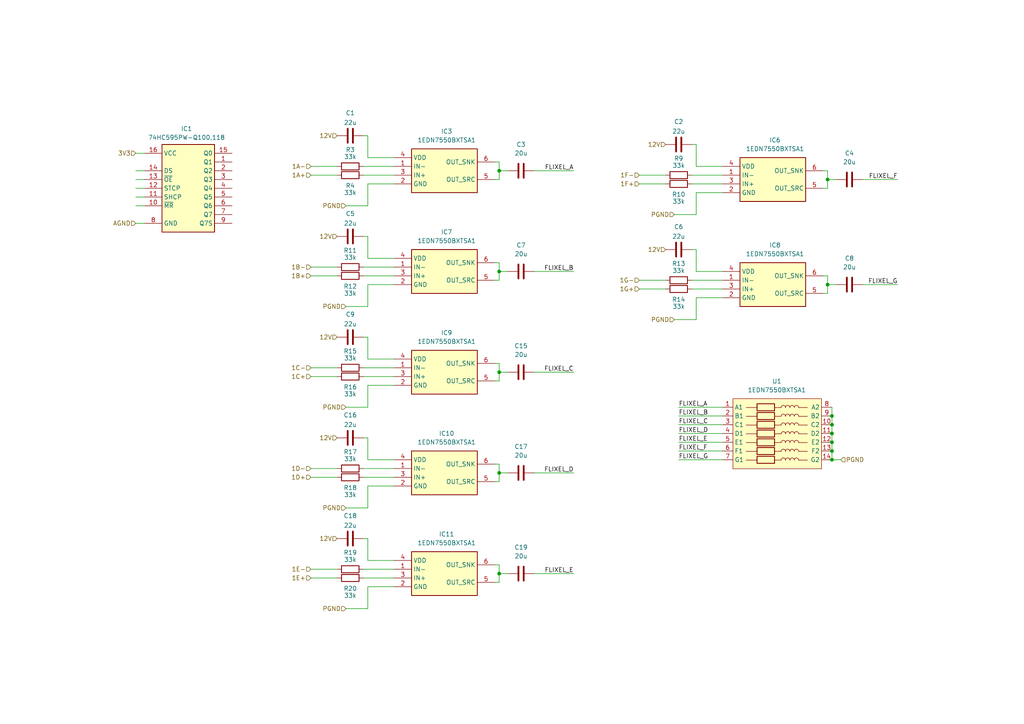
<source format=kicad_sch>
(kicad_sch (version 20250114) (generator "eeschema") (generator_version "9.0")
  (paper "A4")
  (lib_symbols
    (symbol "1EDN7550BXTSA1:1EDN7550BXTSA1"
      (property "Reference" "IC3" (at 15.24 7.62 0))
      (property "Value" "1EDN7550BXTSA1" (at 15.24 5.08 0))
      (symbol "1EDN7550BXTSA1_1_1"
        (rectangle (start 5.08 2.54) (end 24.13 -10.16) (stroke (width 0.254)) (fill (type background)))
        (pin bidirectional line (at 0 0 0) (length 5.08) (name "VDD") (number "4"))
        (pin bidirectional line (at 0 -2.54 0) (length 5.08) (name "IN-") (number "1"))
        (pin bidirectional line (at 0 -5.08 0) (length 5.08) (name "IN+") (number "3"))
        (pin bidirectional line (at 0 -7.62 0) (length 5.08) (name "GND") (number "2"))
        (pin output line (at 29.21 -1.27 180) (length 5.08) (name "OUT_SNK") (number "6"))
        (pin output line (at 29.21 -6.35 180) (length 5.08) (name "OUT_SRC") (number "5"))
      )
    )
    (symbol "74HC595PW-Q100_118:74HC595PW-Q100,118"
      (property "Reference" "IC1" (at 12.192 7.112 0))
      (property "Value" "74HC595PW-Q100,118" (at 12.192 4.572 0))
      (symbol "74HC595PW-Q100,118_1_1"
        (rectangle (start 5.08 2.54) (end 20.32 -22.86) (stroke (width 0.254)) (fill (type background)))
        (pin passive line (at 0 0 0) (length 5.08) (name "VCC") (number "16"))
        (pin passive line (at 0 -5.08 0) (length 5.08) (name "DS") (number "14"))
        (pin passive line (at 0 -7.62 0) (length 5.08) (name "~{OE}") (number "13"))
        (pin passive line (at 0 -10.16 0) (length 5.08) (name "STCP") (number "12"))
        (pin passive line (at 0 -12.7 0) (length 5.08) (name "SHCP") (number "11"))
        (pin passive line (at 0 -15.24 0) (length 5.08) (name "~{MR}") (number "10"))
        (pin passive line (at 0 -20.32 0) (length 5.08) (name "GND") (number "8"))
        (pin passive line (at 25.4 0 180) (length 5.08) (name "Q0") (number "15"))
        (pin passive line (at 25.4 -2.54 180) (length 5.08) (name "Q1") (number "1"))
        (pin passive line (at 25.4 -5.08 180) (length 5.08) (name "Q2") (number "2"))
        (pin passive line (at 25.4 -7.62 180) (length 5.08) (name "Q3") (number "3"))
        (pin passive line (at 25.4 -10.16 180) (length 5.08) (name "Q4") (number "4"))
        (pin passive line (at 25.4 -12.7 180) (length 5.08) (name "Q5") (number "5"))
        (pin passive line (at 25.4 -15.24 180) (length 5.08) (name "Q6") (number "6"))
        (pin passive line (at 25.4 -17.78 180) (length 5.08) (name "Q7") (number "7"))
        (pin passive line (at 25.4 -20.32 180) (length 5.08) (name "Q7S") (number "9"))
      )
    )
    (symbol "Device:C" (pin_numbers (hide yes)) (pin_names (offset 0.254))
      (property "Reference" "C" (at 0.635 2.54 0))
      (property "Value" "C" (at 0.635 -2.54 0))
      (symbol "C_0_1"
        (polyline (pts (xy -2.032 0.762) (xy 2.032 0.762)) (stroke (width 0.508)))
        (polyline (pts (xy -2.032 -0.762) (xy 2.032 -0.762)) (stroke (width 0.508)))
      )
      (symbol "C_1_1"
        (pin passive line (at 0 3.81 270) (length 2.794) (name "~") (number "1"))
        (pin passive line (at 0 -3.81 90) (length 2.794) (name "~") (number "2"))
      )
    )
    (symbol "Device:R" (pin_numbers (hide yes)) (pin_names (offset 0))
      (property "Reference" "R" (at 2.032 0 90))
      (property "Value" "R" (at 0 0 90))
      (symbol "R_0_1"
        (rectangle (start -1.016 -2.54) (end 1.016 2.54) (stroke (width 0.254)))
      )
      (symbol "R_1_1"
        (pin passive line (at 0 3.81 270) (length 1.27) (name "~") (number "1"))
        (pin passive line (at 0 -3.81 90) (length 1.27) (name "~") (number "2"))
      )
    )
    (symbol "flipdot_7xarray:flipdot_7xarray"
      (property "Reference" "U1" (at -2.0107 3.7147 0))
      (property "Value" "~" (at -2.0107 1.1747 0))
      (symbol "flipdot_7xarray_0_1"
        (polyline (pts (xy -10.9259 -3.9053) (xy -7.7498 -3.9052)))
        (polyline (pts (xy -10.9259 -6.4453) (xy -7.7498 -6.4452)))
        (polyline (pts (xy -10.9259 -8.9853) (xy -7.7498 -8.9852)))
        (polyline (pts (xy -10.9259 -11.5253) (xy -7.7498 -11.5252)))
        (polyline (pts (xy -10.9259 -14.0653) (xy -7.7498 -14.0652)))
        (polyline (pts (xy -10.9259 -16.6053) (xy -7.7498 -16.6052)))
        (polyline (pts (xy -10.9259 -19.1453) (xy -7.7498 -19.1452)))
        (rectangle (start -7.7543 -2.8088) (end -2.6743 -4.8408) (stroke (width 0.254)))
        (rectangle (start -7.7543 -5.3488) (end -2.6743 -7.3808) (stroke (width 0.254)))
        (rectangle (start -7.7543 -7.8888) (end -2.6743 -9.9208) (stroke (width 0.254)))
        (rectangle (start -7.7543 -10.4288) (end -2.6743 -12.4608) (stroke (width 0.254)))
        (rectangle (start -7.7543 -12.9688) (end -2.6743 -15.0008) (stroke (width 0.254)))
        (rectangle (start -7.7543 -15.5088) (end -2.6743 -17.5408) (stroke (width 0.254)))
        (rectangle (start -7.7543 -18.0488) (end -2.6743 -20.0808) (stroke (width 0.254)))
        (polyline (pts (xy -2.6873 -3.911) (xy -0.7658 -3.8949)))
        (polyline (pts (xy -2.6873 -6.451) (xy -0.7658 -6.4349)))
        (polyline (pts (xy -2.6873 -8.991) (xy -0.7658 -8.9749)))
        (polyline (pts (xy -2.6873 -11.531) (xy -0.7658 -11.5149)))
        (polyline (pts (xy -2.6873 -14.071) (xy -0.7658 -14.0549)))
        (polyline (pts (xy -2.6873 -16.611) (xy -0.7658 -16.5949)))
        (polyline (pts (xy -2.6873 -19.151) (xy -0.7658 -19.1349)))
        (arc (start -0.7659 -3.9053) (mid -0.1309 -3.273) (end 0.5041 -3.9053))
        (arc (start -0.7659 -6.4453) (mid -0.1309 -5.813) (end 0.5041 -6.4453))
        (arc (start -0.7659 -8.9853) (mid -0.1309 -8.353) (end 0.5041 -8.9853))
        (arc (start -0.7659 -11.5253) (mid -0.1309 -10.893) (end 0.5041 -11.5253))
        (arc (start -0.7659 -14.0653) (mid -0.1309 -13.433) (end 0.5041 -14.0653))
        (arc (start -0.7659 -16.6053) (mid -0.1309 -15.973) (end 0.5041 -16.6053))
        (arc (start -0.7659 -19.1453) (mid -0.1309 -18.513) (end 0.5041 -19.1453))
        (arc (start 0.5041 -3.9053) (mid 1.1391 -3.273) (end 1.7741 -3.9053))
        (arc (start 0.5041 -6.4453) (mid 1.1391 -5.813) (end 1.7741 -6.4453))
        (arc (start 0.5041 -8.9853) (mid 1.1391 -8.353) (end 1.7741 -8.9853))
        (arc (start 0.5041 -11.5253) (mid 1.1391 -10.893) (end 1.7741 -11.5253))
        (arc (start 0.5041 -14.0653) (mid 1.1391 -13.433) (end 1.7741 -14.0653))
        (arc (start 0.5041 -16.6053) (mid 1.1391 -15.973) (end 1.7741 -16.6053))
        (arc (start 0.5041 -19.1453) (mid 1.1391 -18.513) (end 1.7741 -19.1453))
        (arc (start 1.7741 -3.9053) (mid 2.4091 -3.273) (end 3.0441 -3.9053))
        (arc (start 1.7741 -6.4453) (mid 2.4091 -5.813) (end 3.0441 -6.4453))
        (arc (start 1.7741 -8.9853) (mid 2.4091 -8.353) (end 3.0441 -8.9853))
        (arc (start 1.7741 -11.5253) (mid 2.4091 -10.893) (end 3.0441 -11.5253))
        (arc (start 1.7741 -14.0653) (mid 2.4091 -13.433) (end 3.0441 -14.0653))
        (arc (start 1.7741 -16.6053) (mid 2.4091 -15.973) (end 3.0441 -16.6053))
        (arc (start 1.7741 -19.1453) (mid 2.4091 -18.513) (end 3.0441 -19.1453))
        (arc (start 3.0441 -3.9053) (mid 3.6791 -3.273) (end 4.3141 -3.9053))
        (arc (start 3.0441 -6.4453) (mid 3.6791 -5.813) (end 4.3141 -6.4453))
        (arc (start 3.0441 -8.9853) (mid 3.6791 -8.353) (end 4.3141 -8.9853))
        (arc (start 3.0441 -11.5253) (mid 3.6791 -10.893) (end 4.3141 -11.5253))
        (arc (start 3.0441 -14.0653) (mid 3.6791 -13.433) (end 4.3141 -14.0653))
        (arc (start 3.0441 -16.6053) (mid 3.6791 -15.973) (end 4.3141 -16.6053))
        (arc (start 3.0441 -19.1453) (mid 3.6791 -18.513) (end 4.3141 -19.1453))
        (polyline (pts (xy 4.3141 -3.9053) (xy 6.8541 -3.9053)))
        (polyline (pts (xy 4.3141 -6.4453) (xy 6.8541 -6.4453)))
        (polyline (pts (xy 4.3141 -8.9853) (xy 6.8541 -8.9853)))
        (polyline (pts (xy 4.3141 -11.5253) (xy 6.8541 -11.5253)))
        (polyline (pts (xy 4.3141 -14.0653) (xy 6.8541 -14.0653)))
        (polyline (pts (xy 4.3141 -16.6053) (xy 6.8541 -16.6053)))
        (polyline (pts (xy 4.3141 -19.1453) (xy 6.8541 -19.1453)))
      )
      (symbol "flipdot_7xarray_1_1"
        (rectangle (start -14.7359 -1.3653) (end 10.9477 -21.6853) (fill (type background)))
        (pin passive line (at -17.78 -3.81 0) (length 3) (name "A1") (number "1"))
        (pin passive line (at -17.78 -6.35 0) (length 3) (name "B1") (number "2"))
        (pin passive line (at -17.78 -8.89 0) (length 3) (name "C1") (number "3"))
        (pin passive line (at -17.78 -11.43 0) (length 3) (name "D1") (number "4"))
        (pin passive line (at -17.78 -13.97 0) (length 3) (name "E1") (number "5"))
        (pin passive line (at -17.78 -16.51 0) (length 3) (name "F1") (number "6"))
        (pin passive line (at -17.78 -19.05 0) (length 3) (name "G1") (number "7"))
        (pin passive line (at 13.97 -3.81 180) (length 3) (name "A2") (number "8"))
        (pin passive line (at 13.97 -6.35 180) (length 3) (name "B2") (number "9"))
        (pin passive line (at 13.97 -8.89 180) (length 3) (name "C2") (number "10"))
        (pin passive line (at 13.97 -11.43 180) (length 3) (name "D2") (number "11"))
        (pin passive line (at 13.97 -13.97 180) (length 3) (name "E2") (number "12"))
        (pin passive line (at 13.97 -16.51 180) (length 3) (name "F2") (number "13"))
        (pin passive line (at 13.97 -19.05 180) (length 3) (name "G2") (number "14"))
      )
    )
  )
  (junction (at 241.3 125.73))
  (junction (at 241.3 130.81))
  (junction (at 144.78 49.53))
  (junction (at 241.3 123.19))
  (junction (at 240.03 52.07))
  (junction (at 241.3 133.35))
  (junction (at 144.78 137.16))
  (junction (at 144.78 166.37))
  (junction (at 240.03 82.55))
  (junction (at 144.78 78.74))
  (junction (at 241.3 128.27))
  (junction (at 241.3 120.65))
  (junction (at 144.78 107.95))
  (wire (pts (xy 143.51 52.07) (xy 144.78 52.07)))
  (wire (pts (xy 105.41 80.01) (xy 114.3 80.01)))
  (wire (pts (xy 154.94 166.37) (xy 166.37 166.37)))
  (wire (pts (xy 144.78 166.37) (xy 147.32 166.37)))
  (wire (pts (xy 106.68 53.34) (xy 106.68 59.69)))
  (wire (pts (xy 105.41 109.22) (xy 114.3 109.22)))
  (wire (pts (xy 144.78 46.99) (xy 144.78 49.53)))
  (wire (pts (xy 105.41 127) (xy 106.68 127)))
  (wire (pts (xy 144.78 105.41) (xy 144.78 107.95)))
  (wire (pts (xy 39.37 64.77) (xy 41.91 64.77)))
  (wire (pts (xy 241.3 118.11) (xy 241.3 120.65)))
  (wire (pts (xy 143.51 139.7) (xy 144.78 139.7)))
  (wire (pts (xy 114.3 53.34) (xy 106.68 53.34)))
  (wire (pts (xy 39.37 59.69) (xy 41.91 59.69)))
  (wire (pts (xy 106.68 133.35) (xy 114.3 133.35)))
  (wire (pts (xy 106.68 127) (xy 106.68 133.35)))
  (wire (pts (xy 144.78 78.74) (xy 144.78 81.28)))
  (wire (pts (xy 143.51 105.41) (xy 144.78 105.41)))
  (wire (pts (xy 100.33 147.32) (xy 106.68 147.32)))
  (wire (pts (xy 144.78 49.53) (xy 144.78 52.07)))
  (wire (pts (xy 209.55 55.88) (xy 201.93 55.88)))
  (wire (pts (xy 90.17 48.26) (xy 97.79 48.26)))
  (wire (pts (xy 105.41 77.47) (xy 114.3 77.47)))
  (wire (pts (xy 241.3 125.73) (xy 241.3 128.27)))
  (wire (pts (xy 195.58 62.23) (xy 201.93 62.23)))
  (wire (pts (xy 238.76 85.09) (xy 240.03 85.09)))
  (wire (pts (xy 250.19 52.07) (xy 260.35 52.07)))
  (wire (pts (xy 106.68 156.21) (xy 106.68 162.56)))
  (wire (pts (xy 240.03 82.55) (xy 242.57 82.55)))
  (wire (pts (xy 90.17 135.89) (xy 97.79 135.89)))
  (wire (pts (xy 201.93 55.88) (xy 201.93 62.23)))
  (wire (pts (xy 201.93 41.91) (xy 201.93 48.26)))
  (wire (pts (xy 100.33 118.11) (xy 106.68 118.11)))
  (wire (pts (xy 90.17 77.47) (xy 97.79 77.47)))
  (wire (pts (xy 143.51 163.83) (xy 144.78 163.83)))
  (wire (pts (xy 241.3 128.27) (xy 241.3 130.81)))
  (wire (pts (xy 106.68 68.58) (xy 106.68 74.93)))
  (wire (pts (xy 105.41 68.58) (xy 106.68 68.58)))
  (wire (pts (xy 143.51 46.99) (xy 144.78 46.99)))
  (wire (pts (xy 39.37 54.61) (xy 41.91 54.61)))
  (wire (pts (xy 201.93 48.26) (xy 209.55 48.26)))
  (wire (pts (xy 90.17 80.01) (xy 97.79 80.01)))
  (wire (pts (xy 105.41 135.89) (xy 114.3 135.89)))
  (wire (pts (xy 90.17 106.68) (xy 97.79 106.68)))
  (wire (pts (xy 39.37 52.07) (xy 41.91 52.07)))
  (wire (pts (xy 200.66 41.91) (xy 201.93 41.91)))
  (wire (pts (xy 114.3 140.97) (xy 106.68 140.97)))
  (wire (pts (xy 200.66 72.39) (xy 201.93 72.39)))
  (wire (pts (xy 90.17 50.8) (xy 97.79 50.8)))
  (wire (pts (xy 196.85 125.73) (xy 209.55 125.73)))
  (wire (pts (xy 196.85 128.27) (xy 209.55 128.27)))
  (wire (pts (xy 105.41 97.79) (xy 106.68 97.79)))
  (wire (pts (xy 143.51 76.2) (xy 144.78 76.2)))
  (wire (pts (xy 105.41 156.21) (xy 106.68 156.21)))
  (wire (pts (xy 238.76 80.01) (xy 240.03 80.01)))
  (wire (pts (xy 200.66 81.28) (xy 209.55 81.28)))
  (wire (pts (xy 196.85 133.35) (xy 209.55 133.35)))
  (wire (pts (xy 144.78 163.83) (xy 144.78 166.37)))
  (wire (pts (xy 100.33 176.53) (xy 106.68 176.53)))
  (wire (pts (xy 154.94 78.74) (xy 166.37 78.74)))
  (wire (pts (xy 114.3 82.55) (xy 106.68 82.55)))
  (wire (pts (xy 114.3 111.76) (xy 106.68 111.76)))
  (wire (pts (xy 143.51 168.91) (xy 144.78 168.91)))
  (wire (pts (xy 196.85 120.65) (xy 209.55 120.65)))
  (wire (pts (xy 106.68 111.76) (xy 106.68 118.11)))
  (wire (pts (xy 240.03 80.01) (xy 240.03 82.55)))
  (wire (pts (xy 144.78 166.37) (xy 144.78 168.91)))
  (wire (pts (xy 185.42 83.82) (xy 193.04 83.82)))
  (wire (pts (xy 105.41 39.37) (xy 106.68 39.37)))
  (wire (pts (xy 241.3 130.81) (xy 241.3 133.35)))
  (wire (pts (xy 106.68 104.14) (xy 114.3 104.14)))
  (wire (pts (xy 196.85 123.19) (xy 209.55 123.19)))
  (wire (pts (xy 105.41 138.43) (xy 114.3 138.43)))
  (wire (pts (xy 143.51 81.28) (xy 144.78 81.28)))
  (wire (pts (xy 250.19 82.55) (xy 260.35 82.55)))
  (wire (pts (xy 240.03 49.53) (xy 240.03 52.07)))
  (wire (pts (xy 201.93 86.36) (xy 201.93 92.71)))
  (wire (pts (xy 114.3 170.18) (xy 106.68 170.18)))
  (wire (pts (xy 240.03 82.55) (xy 240.03 85.09)))
  (wire (pts (xy 106.68 170.18) (xy 106.68 176.53)))
  (wire (pts (xy 195.58 92.71) (xy 201.93 92.71)))
  (wire (pts (xy 144.78 107.95) (xy 147.32 107.95)))
  (wire (pts (xy 154.94 137.16) (xy 166.37 137.16)))
  (wire (pts (xy 105.41 50.8) (xy 114.3 50.8)))
  (wire (pts (xy 241.3 120.65) (xy 241.3 123.19)))
  (wire (pts (xy 100.33 59.69) (xy 106.68 59.69)))
  (wire (pts (xy 106.68 97.79) (xy 106.68 104.14)))
  (wire (pts (xy 106.68 82.55) (xy 106.68 88.9)))
  (wire (pts (xy 39.37 57.15) (xy 41.91 57.15)))
  (wire (pts (xy 143.51 110.49) (xy 144.78 110.49)))
  (wire (pts (xy 201.93 78.74) (xy 209.55 78.74)))
  (wire (pts (xy 185.42 53.34) (xy 193.04 53.34)))
  (wire (pts (xy 196.85 130.81) (xy 209.55 130.81)))
  (wire (pts (xy 209.55 86.36) (xy 201.93 86.36)))
  (wire (pts (xy 241.3 123.19) (xy 241.3 125.73)))
  (wire (pts (xy 90.17 138.43) (xy 97.79 138.43)))
  (wire (pts (xy 241.3 133.35) (xy 243.84 133.35)))
  (wire (pts (xy 144.78 137.16) (xy 147.32 137.16)))
  (wire (pts (xy 90.17 165.1) (xy 97.79 165.1)))
  (wire (pts (xy 144.78 107.95) (xy 144.78 110.49)))
  (wire (pts (xy 238.76 54.61) (xy 240.03 54.61)))
  (wire (pts (xy 200.66 53.34) (xy 209.55 53.34)))
  (wire (pts (xy 200.66 50.8) (xy 209.55 50.8)))
  (wire (pts (xy 106.68 140.97) (xy 106.68 147.32)))
  (wire (pts (xy 144.78 134.62) (xy 144.78 137.16)))
  (wire (pts (xy 105.41 167.64) (xy 114.3 167.64)))
  (wire (pts (xy 240.03 52.07) (xy 240.03 54.61)))
  (wire (pts (xy 105.41 106.68) (xy 114.3 106.68)))
  (wire (pts (xy 200.66 83.82) (xy 209.55 83.82)))
  (wire (pts (xy 238.76 49.53) (xy 240.03 49.53)))
  (wire (pts (xy 39.37 49.53) (xy 41.91 49.53)))
  (wire (pts (xy 185.42 81.28) (xy 193.04 81.28)))
  (wire (pts (xy 185.42 50.8) (xy 193.04 50.8)))
  (wire (pts (xy 144.78 78.74) (xy 147.32 78.74)))
  (wire (pts (xy 39.37 44.45) (xy 41.91 44.45)))
  (wire (pts (xy 154.94 107.95) (xy 166.37 107.95)))
  (wire (pts (xy 105.41 48.26) (xy 114.3 48.26)))
  (wire (pts (xy 154.94 49.53) (xy 166.37 49.53)))
  (wire (pts (xy 196.85 118.11) (xy 209.55 118.11)))
  (wire (pts (xy 90.17 109.22) (xy 97.79 109.22)))
  (wire (pts (xy 106.68 162.56) (xy 114.3 162.56)))
  (wire (pts (xy 144.78 137.16) (xy 144.78 139.7)))
  (wire (pts (xy 240.03 52.07) (xy 242.57 52.07)))
  (wire (pts (xy 106.68 74.93) (xy 114.3 74.93)))
  (wire (pts (xy 106.68 39.37) (xy 106.68 45.72)))
  (wire (pts (xy 90.17 167.64) (xy 97.79 167.64)))
  (wire (pts (xy 144.78 49.53) (xy 147.32 49.53)))
  (wire (pts (xy 106.68 45.72) (xy 114.3 45.72)))
  (wire (pts (xy 144.78 76.2) (xy 144.78 78.74)))
  (wire (pts (xy 105.41 165.1) (xy 114.3 165.1)))
  (wire (pts (xy 143.51 134.62) (xy 144.78 134.62)))
  (wire (pts (xy 201.93 72.39) (xy 201.93 78.74)))
  (wire (pts (xy 100.33 88.9) (xy 106.68 88.9)))
  (label "FLIXEL_G" (at 260.35 82.55 180))
  (label "FLIXEL_D" (at 166.37 137.16 180))
  (label "FLIXEL_G" (at 196.85 133.35 0))
  (label "FLIXEL_C" (at 166.37 107.95 180))
  (label "FLIXEL_E" (at 196.85 128.27 0))
  (label "FLIXEL_E" (at 166.37 166.37 180))
  (label "FLIXEL_D" (at 196.85 125.73 0))
  (label "FLIXEL_F" (at 260.35 52.07 180))
  (label "FLIXEL_C" (at 196.85 123.19 0))
  (label "FLIXEL_A" (at 196.85 118.11 0))
  (label "FLIXEL_B" (at 166.37 78.74 180))
  (label "FLIXEL_F" (at 196.85 130.81 0))
  (label "FLIXEL_A" (at 166.37 49.53 180))
  (label "FLIXEL_B" (at 196.85 120.65 0))
  (hierarchical_label "PGND" (shape input) (at 100.33 59.69 180))
  (hierarchical_label "1G-" (shape input) (at 185.42 81.28 180))
  (hierarchical_label "1E+" (shape input) (at 90.17 167.64 180))
  (hierarchical_label "12V" (shape input) (at 193.04 41.91 180))
  (hierarchical_label "1F-" (shape input) (at 185.42 50.8 180))
  (hierarchical_label "PGND" (shape input) (at 100.33 118.11 180))
  (hierarchical_label "1F+" (shape input) (at 185.42 53.34 180))
  (hierarchical_label "3V3" (shape input) (at 39.37 44.45 180))
  (hierarchical_label "PGND" (shape input) (at 100.33 147.32 180))
  (hierarchical_label "1A+" (shape input) (at 90.17 50.8 180))
  (hierarchical_label "1C+" (shape input) (at 90.17 109.22 180))
  (hierarchical_label "12V" (shape input) (at 97.79 39.37 180))
  (hierarchical_label "12V" (shape input) (at 97.79 156.21 180))
  (hierarchical_label "1G+" (shape input) (at 185.42 83.82 180))
  (hierarchical_label "PGND" (shape input) (at 100.33 88.9 180))
  (hierarchical_label "1D+" (shape input) (at 90.17 138.43 180))
  (hierarchical_label "PGND" (shape input) (at 195.58 92.71 180))
  (hierarchical_label "1D-" (shape input) (at 90.17 135.89 180))
  (hierarchical_label "12V" (shape input) (at 193.04 72.39 180))
  (hierarchical_label "PGND" (shape input) (at 195.58 62.23 180))
  (hierarchical_label "12V" (shape input) (at 97.79 97.79 180))
  (hierarchical_label "PGND" (shape input) (at 100.33 176.53 180))
  (hierarchical_label "1E-" (shape input) (at 90.17 165.1 180))
  (hierarchical_label "12V" (shape input) (at 97.79 127 180))
  (hierarchical_label "1B+" (shape input) (at 90.17 80.01 180))
  (hierarchical_label "PGND" (shape input) (at 243.84 133.35 0))
  (hierarchical_label "12V" (shape input) (at 97.79 68.58 180))
  (hierarchical_label "1C-" (shape input) (at 90.17 106.68 180))
  (hierarchical_label "1B-" (shape input) (at 90.17 77.47 180))
  (hierarchical_label "AGND" (shape input) (at 39.37 64.77 180))
  (hierarchical_label "1A-" (shape input) (at 90.17 48.26 180))
  (symbol (lib_id "Device:R") (at 101.6 135.89 270) (unit 1)
    (property "Reference" "R17" (at 101.6 131.064 90))
    (property "Value" "33k" (at 101.6 133.096 90))
    (property "Description" "Resistor" (effects (hide yes)))
  )
  (symbol (lib_id "74HC595PW-Q100_118:74HC595PW-Q100,118") (at 41.91 44.45 0) (unit 1)
    (property "Reference" "IC1" (at 54.102 37.338 0))
    (property "Value" "74HC595PW-Q100,118" (at 54.102 39.878 0))
    (property "Footprint" "SOP65P640X110-16N" (effects (hide yes)))
    (property "Datasheet" "https://assets.nexperia.com/documents/data-sheet/74HC_HCT595_Q100.pdf" (effects (hide yes)))
    (property "Description" "74HC(T)595-Q100 - 8-bit serial-in, serial or parallel-out shift register with output latches; 3-state@en-us" (effects (hide yes)))
    (property "Height" "1.1" (effects (hide yes)))
    (property "Mouser Part Number" "771-74HC595PW-Q100" (effects (hide yes)))
    (property "Mouser Price/Stock" "https://www.mouser.co.uk/ProductDetail/Nexperia/74HC595PW-Q100118?qs=1sbE9T7hb3aHrTORCcEuDg%3D%3D" (effects (hide yes)))
    (property "Manufacturer_Name" "Nexperia" (effects (hide yes)))
    (property "Manufacturer_Part_Number" "74HC595PW-Q100,118" (effects (hide yes)))
  )
  (symbol (lib_id "Device:R") (at 101.6 165.1 270) (unit 1)
    (property "Reference" "R19" (at 101.6 160.274 90))
    (property "Value" "33k" (at 101.6 162.306 90))
    (property "Description" "Resistor" (effects (hide yes)))
  )
  (symbol (lib_id "Device:C") (at 196.85 41.91 90) (unit 1)
    (property "Reference" "C2" (at 196.85 35.306 90))
    (property "Value" "22u" (at 196.85 38.1 90))
    (property "Description" "Unpolarized capacitor" (effects (hide yes)))
  )
  (symbol (lib_id "Device:R") (at 101.6 77.47 270) (unit 1)
    (property "Reference" "R11" (at 101.6 72.644 90))
    (property "Value" "33k" (at 101.6 74.676 90))
    (property "Description" "Resistor" (effects (hide yes)))
  )
  (symbol (lib_id "Device:C") (at 101.6 39.37 90) (unit 1)
    (property "Reference" "C1" (at 101.6 32.766 90))
    (property "Value" "22u" (at 101.6 35.56 90))
    (property "Description" "Unpolarized capacitor" (effects (hide yes)))
  )
  (symbol (lib_id "Device:C") (at 196.85 72.39 90) (unit 1)
    (property "Reference" "C6" (at 196.85 65.786 90))
    (property "Value" "22u" (at 196.85 68.58 90))
    (property "Description" "Unpolarized capacitor" (effects (hide yes)))
  )
  (symbol (lib_id "Device:C") (at 101.6 68.58 90) (unit 1)
    (property "Reference" "C5" (at 101.6 61.976 90))
    (property "Value" "22u" (at 101.6 64.77 90))
    (property "Description" "Unpolarized capacitor" (effects (hide yes)))
  )
  (symbol (lib_id "Device:R") (at 196.85 50.8 270) (unit 1)
    (property "Reference" "R9" (at 196.85 45.974 90))
    (property "Value" "33k" (at 196.85 48.006 90))
    (property "Description" "Resistor" (effects (hide yes)))
  )
  (symbol (lib_id "Device:R") (at 101.6 80.01 270) (unit 1)
    (property "Reference" "R12" (at 101.6 83.058 90))
    (property "Value" "33k" (at 101.6 85.09 90))
    (property "Description" "Resistor" (effects (hide yes)))
  )
  (symbol (lib_id "flipdot_7xarray:flipdot_7xarray") (at 227.33 114.3 0) (unit 1)
    (property "Reference" "U1" (at 225.3193 110.5853 0))
    (property "Value" "1EDN7550BXTSA1" (at 225.3193 113.1253 0))
    (property "Footprint" "dot_flipper:7_flip_dots" (effects (hide yes)))
  )
  (symbol (lib_id "1EDN7550BXTSA1:1EDN7550BXTSA1") (at 209.55 78.74 0) (unit 1)
    (property "Reference" "IC8" (at 224.79 71.12 0))
    (property "Value" "1EDN7550BXTSA1" (at 224.79 73.66 0))
    (property "Footprint" "SOT95P280X145-6N" (effects (hide yes)))
    (property "Datasheet" "https://www.infineon.com/cms/en/product/power/gate-driver-ics/?" (effects (hide yes)))
    (property "Description" "INFINEON - 1EDN7550BXTSA1 - MOSFET Driver, High Side, 4.5V to 20V Supply, 8A Out, 45ns Delay, SOT-23-6" (effects (hide yes)))
    (property "Height" "1.45" (effects (hide yes)))
    (property "Mouser Part Number" "726-1EDN7550BXTSA1" (effects (hide yes)))
    (property "Mouser Price/Stock" "https://www.mouser.co.uk/ProductDetail/Infineon-Technologies/1EDN7550BXTSA1?qs=55YtniHzbhAbvf50ccXD7g%3D%3D" (effects (hide yes)))
    (property "Manufacturer_Name" "Infineon" (effects (hide yes)))
    (property "Manufacturer_Part_Number" "1EDN7550BXTSA1" (effects (hide yes)))
  )
  (symbol (lib_id "Device:C") (at 246.38 52.07 90) (unit 1)
    (property "Reference" "C4" (at 246.38 44.45 90))
    (property "Value" "20u" (at 246.38 46.99 90))
    (property "Footprint" "Capacitor_SMD:C_0201_0603Metric" (effects (hide yes)))
    (property "Description" "Unpolarized capacitor" (effects (hide yes)))
  )
  (symbol (lib_id "Device:C") (at 151.13 78.74 90) (unit 1)
    (property "Reference" "C7" (at 151.13 71.12 90))
    (property "Value" "20u" (at 151.13 73.66 90))
    (property "Footprint" "Capacitor_SMD:C_0201_0603Metric" (effects (hide yes)))
    (property "Description" "Unpolarized capacitor" (effects (hide yes)))
  )
  (symbol (lib_id "Device:C") (at 101.6 127 90) (unit 1)
    (property "Reference" "C16" (at 101.6 120.396 90))
    (property "Value" "22u" (at 101.6 123.19 90))
    (property "Description" "Unpolarized capacitor" (effects (hide yes)))
  )
  (symbol (lib_id "Device:R") (at 196.85 81.28 270) (unit 1)
    (property "Reference" "R13" (at 196.85 76.454 90))
    (property "Value" "33k" (at 196.85 78.486 90))
    (property "Description" "Resistor" (effects (hide yes)))
  )
  (symbol (lib_id "1EDN7550BXTSA1:1EDN7550BXTSA1") (at 114.3 162.56 0) (unit 1)
    (property "Reference" "IC11" (at 129.54 154.94 0))
    (property "Value" "1EDN7550BXTSA1" (at 129.54 157.48 0))
    (property "Footprint" "SOT95P280X145-6N" (effects (hide yes)))
    (property "Datasheet" "https://www.infineon.com/cms/en/product/power/gate-driver-ics/?" (effects (hide yes)))
    (property "Description" "INFINEON - 1EDN7550BXTSA1 - MOSFET Driver, High Side, 4.5V to 20V Supply, 8A Out, 45ns Delay, SOT-23-6" (effects (hide yes)))
    (property "Height" "1.45" (effects (hide yes)))
    (property "Mouser Part Number" "726-1EDN7550BXTSA1" (effects (hide yes)))
    (property "Mouser Price/Stock" "https://www.mouser.co.uk/ProductDetail/Infineon-Technologies/1EDN7550BXTSA1?qs=55YtniHzbhAbvf50ccXD7g%3D%3D" (effects (hide yes)))
    (property "Manufacturer_Name" "Infineon" (effects (hide yes)))
    (property "Manufacturer_Part_Number" "1EDN7550BXTSA1" (effects (hide yes)))
  )
  (symbol (lib_id "Device:R") (at 101.6 138.43 270) (unit 1)
    (property "Reference" "R18" (at 101.6 141.478 90))
    (property "Value" "33k" (at 101.6 143.51 90))
    (property "Description" "Resistor" (effects (hide yes)))
  )
  (symbol (lib_id "Device:C") (at 101.6 97.79 90) (unit 1)
    (property "Reference" "C9" (at 101.6 91.186 90))
    (property "Value" "22u" (at 101.6 93.98 90))
    (property "Description" "Unpolarized capacitor" (effects (hide yes)))
  )
  (symbol (lib_id "Device:C") (at 151.13 137.16 90) (unit 1)
    (property "Reference" "C17" (at 151.13 129.54 90))
    (property "Value" "20u" (at 151.13 132.08 90))
    (property "Footprint" "Capacitor_SMD:C_0201_0603Metric" (effects (hide yes)))
    (property "Description" "Unpolarized capacitor" (effects (hide yes)))
  )
  (symbol (lib_id "Device:R") (at 101.6 106.68 270) (unit 1)
    (property "Reference" "R15" (at 101.6 101.854 90))
    (property "Value" "33k" (at 101.6 103.886 90))
    (property "Description" "Resistor" (effects (hide yes)))
  )
  (symbol (lib_id "1EDN7550BXTSA1:1EDN7550BXTSA1") (at 114.3 104.14 0) (unit 1)
    (property "Reference" "IC9" (at 129.54 96.52 0))
    (property "Value" "1EDN7550BXTSA1" (at 129.54 99.06 0))
    (property "Footprint" "SOT95P280X145-6N" (effects (hide yes)))
    (property "Datasheet" "https://www.infineon.com/cms/en/product/power/gate-driver-ics/?" (effects (hide yes)))
    (property "Description" "INFINEON - 1EDN7550BXTSA1 - MOSFET Driver, High Side, 4.5V to 20V Supply, 8A Out, 45ns Delay, SOT-23-6" (effects (hide yes)))
    (property "Height" "1.45" (effects (hide yes)))
    (property "Mouser Part Number" "726-1EDN7550BXTSA1" (effects (hide yes)))
    (property "Mouser Price/Stock" "https://www.mouser.co.uk/ProductDetail/Infineon-Technologies/1EDN7550BXTSA1?qs=55YtniHzbhAbvf50ccXD7g%3D%3D" (effects (hide yes)))
    (property "Manufacturer_Name" "Infineon" (effects (hide yes)))
    (property "Manufacturer_Part_Number" "1EDN7550BXTSA1" (effects (hide yes)))
  )
  (symbol (lib_id "1EDN7550BXTSA1:1EDN7550BXTSA1") (at 114.3 45.72 0) (unit 1)
    (property "Reference" "IC3" (at 129.54 38.1 0))
    (property "Value" "1EDN7550BXTSA1" (at 129.54 40.64 0))
    (property "Footprint" "SOT95P280X145-6N" (effects (hide yes)))
    (property "Datasheet" "https://www.infineon.com/cms/en/product/power/gate-driver-ics/?" (effects (hide yes)))
    (property "Description" "INFINEON - 1EDN7550BXTSA1 - MOSFET Driver, High Side, 4.5V to 20V Supply, 8A Out, 45ns Delay, SOT-23-6" (effects (hide yes)))
    (property "Height" "1.45" (effects (hide yes)))
    (property "Mouser Part Number" "726-1EDN7550BXTSA1" (effects (hide yes)))
    (property "Mouser Price/Stock" "https://www.mouser.co.uk/ProductDetail/Infineon-Technologies/1EDN7550BXTSA1?qs=55YtniHzbhAbvf50ccXD7g%3D%3D" (effects (hide yes)))
    (property "Manufacturer_Name" "Infineon" (effects (hide yes)))
    (property "Manufacturer_Part_Number" "1EDN7550BXTSA1" (effects (hide yes)))
  )
  (symbol (lib_id "1EDN7550BXTSA1:1EDN7550BXTSA1") (at 114.3 133.35 0) (unit 1)
    (property "Reference" "IC10" (at 129.54 125.73 0))
    (property "Value" "1EDN7550BXTSA1" (at 129.54 128.27 0))
    (property "Footprint" "SOT95P280X145-6N" (effects (hide yes)))
    (property "Datasheet" "https://www.infineon.com/cms/en/product/power/gate-driver-ics/?" (effects (hide yes)))
    (property "Description" "INFINEON - 1EDN7550BXTSA1 - MOSFET Driver, High Side, 4.5V to 20V Supply, 8A Out, 45ns Delay, SOT-23-6" (effects (hide yes)))
    (property "Height" "1.45" (effects (hide yes)))
    (property "Mouser Part Number" "726-1EDN7550BXTSA1" (effects (hide yes)))
    (property "Mouser Price/Stock" "https://www.mouser.co.uk/ProductDetail/Infineon-Technologies/1EDN7550BXTSA1?qs=55YtniHzbhAbvf50ccXD7g%3D%3D" (effects (hide yes)))
    (property "Manufacturer_Name" "Infineon" (effects (hide yes)))
    (property "Manufacturer_Part_Number" "1EDN7550BXTSA1" (effects (hide yes)))
  )
  (symbol (lib_id "Device:R") (at 101.6 109.22 270) (unit 1)
    (property "Reference" "R16" (at 101.6 112.268 90))
    (property "Value" "33k" (at 101.6 114.3 90))
    (property "Description" "Resistor" (effects (hide yes)))
  )
  (symbol (lib_id "Device:C") (at 101.6 156.21 90) (unit 1)
    (property "Reference" "C18" (at 101.6 149.606 90))
    (property "Value" "22u" (at 101.6 152.4 90))
    (property "Description" "Unpolarized capacitor" (effects (hide yes)))
  )
  (symbol (lib_id "Device:R") (at 101.6 50.8 270) (unit 1)
    (property "Reference" "R4" (at 101.6 53.848 90))
    (property "Value" "33k" (at 101.6 55.88 90))
    (property "Description" "Resistor" (effects (hide yes)))
  )
  (symbol (lib_id "1EDN7550BXTSA1:1EDN7550BXTSA1") (at 114.3 74.93 0) (unit 1)
    (property "Reference" "IC7" (at 129.54 67.31 0))
    (property "Value" "1EDN7550BXTSA1" (at 129.54 69.85 0))
    (property "Footprint" "SOT95P280X145-6N" (effects (hide yes)))
    (property "Datasheet" "https://www.infineon.com/cms/en/product/power/gate-driver-ics/?" (effects (hide yes)))
    (property "Description" "INFINEON - 1EDN7550BXTSA1 - MOSFET Driver, High Side, 4.5V to 20V Supply, 8A Out, 45ns Delay, SOT-23-6" (effects (hide yes)))
    (property "Height" "1.45" (effects (hide yes)))
    (property "Mouser Part Number" "726-1EDN7550BXTSA1" (effects (hide yes)))
    (property "Mouser Price/Stock" "https://www.mouser.co.uk/ProductDetail/Infineon-Technologies/1EDN7550BXTSA1?qs=55YtniHzbhAbvf50ccXD7g%3D%3D" (effects (hide yes)))
    (property "Manufacturer_Name" "Infineon" (effects (hide yes)))
    (property "Manufacturer_Part_Number" "1EDN7550BXTSA1" (effects (hide yes)))
  )
  (symbol (lib_id "Device:R") (at 101.6 48.26 270) (unit 1)
    (property "Reference" "R3" (at 101.6 43.434 90))
    (property "Value" "33k" (at 101.6 45.466 90))
    (property "Description" "Resistor" (effects (hide yes)))
  )
  (symbol (lib_id "Device:R") (at 196.85 83.82 270) (unit 1)
    (property "Reference" "R14" (at 196.85 86.868 90))
    (property "Value" "33k" (at 196.85 88.9 90))
    (property "Description" "Resistor" (effects (hide yes)))
  )
  (symbol (lib_id "Device:R") (at 101.6 167.64 270) (unit 1)
    (property "Reference" "R20" (at 101.6 170.688 90))
    (property "Value" "33k" (at 101.6 172.72 90))
    (property "Description" "Resistor" (effects (hide yes)))
  )
  (symbol (lib_id "Device:R") (at 196.85 53.34 270) (unit 1)
    (property "Reference" "R10" (at 196.85 56.388 90))
    (property "Value" "33k" (at 196.85 58.42 90))
    (property "Description" "Resistor" (effects (hide yes)))
  )
  (symbol (lib_id "1EDN7550BXTSA1:1EDN7550BXTSA1") (at 209.55 48.26 0) (unit 1)
    (property "Reference" "IC6" (at 224.79 40.64 0))
    (property "Value" "1EDN7550BXTSA1" (at 224.79 43.18 0))
    (property "Footprint" "SOT95P280X145-6N" (effects (hide yes)))
    (property "Datasheet" "https://www.infineon.com/cms/en/product/power/gate-driver-ics/?" (effects (hide yes)))
    (property "Description" "INFINEON - 1EDN7550BXTSA1 - MOSFET Driver, High Side, 4.5V to 20V Supply, 8A Out, 45ns Delay, SOT-23-6" (effects (hide yes)))
    (property "Height" "1.45" (effects (hide yes)))
    (property "Mouser Part Number" "726-1EDN7550BXTSA1" (effects (hide yes)))
    (property "Mouser Price/Stock" "https://www.mouser.co.uk/ProductDetail/Infineon-Technologies/1EDN7550BXTSA1?qs=55YtniHzbhAbvf50ccXD7g%3D%3D" (effects (hide yes)))
    (property "Manufacturer_Name" "Infineon" (effects (hide yes)))
    (property "Manufacturer_Part_Number" "1EDN7550BXTSA1" (effects (hide yes)))
  )
  (symbol (lib_id "Device:C") (at 151.13 166.37 90) (unit 1)
    (property "Reference" "C19" (at 151.13 158.75 90))
    (property "Value" "20u" (at 151.13 161.29 90))
    (property "Footprint" "Capacitor_SMD:C_0201_0603Metric" (effects (hide yes)))
    (property "Description" "Unpolarized capacitor" (effects (hide yes)))
  )
  (symbol (lib_id "Device:C") (at 246.38 82.55 90) (unit 1)
    (property "Reference" "C8" (at 246.38 74.93 90))
    (property "Value" "20u" (at 246.38 77.47 90))
    (property "Footprint" "Capacitor_SMD:C_0201_0603Metric" (effects (hide yes)))
    (property "Description" "Unpolarized capacitor" (effects (hide yes)))
  )
  (symbol (lib_id "Device:C") (at 151.13 49.53 90) (unit 1)
    (property "Reference" "C3" (at 151.13 41.91 90))
    (property "Value" "20u" (at 151.13 44.45 90))
    (property "Footprint" "Capacitor_SMD:C_0201_0603Metric" (effects (hide yes)))
    (property "Description" "Unpolarized capacitor" (effects (hide yes)))
  )
  (symbol (lib_id "Device:C") (at 151.13 107.95 90) (unit 1)
    (property "Reference" "C15" (at 151.13 100.33 90))
    (property "Value" "20u" (at 151.13 102.87 90))
    (property "Footprint" "Capacitor_SMD:C_0201_0603Metric" (effects (hide yes)))
    (property "Description" "Unpolarized capacitor" (effects (hide yes)))
  )
)
</source>
